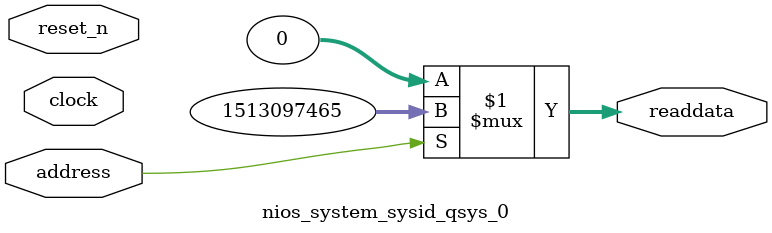
<source format=v>

`timescale 1ns / 1ps
// synthesis translate_on

// turn off superfluous verilog processor warnings 
// altera message_level Level1 
// altera message_off 10034 10035 10036 10037 10230 10240 10030 

module nios_system_sysid_qsys_0 (
               // inputs:
                address,
                clock,
                reset_n,

               // outputs:
                readdata
             )
;

  output  [ 31: 0] readdata;
  input            address;
  input            clock;
  input            reset_n;

  wire    [ 31: 0] readdata;
  //control_slave, which is an e_avalon_slave
  assign readdata = address ? 1513097465 : 0;

endmodule




</source>
